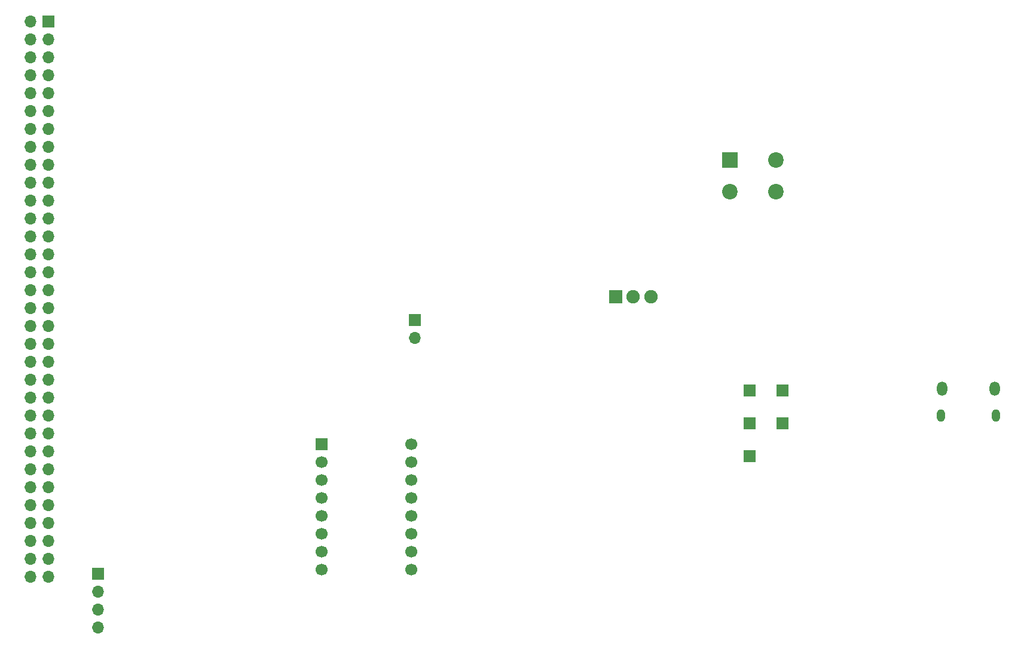
<source format=gbr>
%TF.GenerationSoftware,KiCad,Pcbnew,6.0.7+dfsg-1build1*%
%TF.CreationDate,2022-11-02T19:08:18-04:00*%
%TF.ProjectId,Fc,46632e6b-6963-4616-945f-706362585858,rev?*%
%TF.SameCoordinates,Original*%
%TF.FileFunction,Copper,L3,Inr*%
%TF.FilePolarity,Positive*%
%FSLAX46Y46*%
G04 Gerber Fmt 4.6, Leading zero omitted, Abs format (unit mm)*
G04 Created by KiCad (PCBNEW 6.0.7+dfsg-1build1) date 2022-11-02 19:08:18*
%MOMM*%
%LPD*%
G01*
G04 APERTURE LIST*
%TA.AperFunction,ComponentPad*%
%ADD10O,1.450000X2.000000*%
%TD*%
%TA.AperFunction,ComponentPad*%
%ADD11O,1.150000X1.800000*%
%TD*%
%TA.AperFunction,ComponentPad*%
%ADD12R,1.700000X1.700000*%
%TD*%
%TA.AperFunction,ComponentPad*%
%ADD13C,1.700000*%
%TD*%
%TA.AperFunction,ComponentPad*%
%ADD14R,1.900000X1.900000*%
%TD*%
%TA.AperFunction,ComponentPad*%
%ADD15C,1.900000*%
%TD*%
%TA.AperFunction,ComponentPad*%
%ADD16O,1.700000X1.700000*%
%TD*%
%TA.AperFunction,ComponentPad*%
%ADD17R,2.200000X2.200000*%
%TD*%
%TA.AperFunction,ComponentPad*%
%ADD18C,2.200000*%
%TD*%
G04 APERTURE END LIST*
D10*
%TO.N,unconnected-(J8-Pad6)*%
%TO.C,J8*%
X172940000Y-103510000D03*
X180390000Y-103510000D03*
D11*
X172790000Y-107310000D03*
X180540000Y-107310000D03*
%TD*%
D12*
%TO.N,T5*%
%TO.C,J7*%
X145705000Y-108470000D03*
%TD*%
%TO.N,T4*%
%TO.C,J6*%
X150355000Y-103820000D03*
%TD*%
%TO.N,T3*%
%TO.C,J5*%
X145705000Y-103820000D03*
%TD*%
%TO.N,T2*%
%TO.C,J4*%
X145705000Y-113120000D03*
%TD*%
%TO.N,T1*%
%TO.C,J3*%
X150355000Y-108470000D03*
%TD*%
%TO.N,Net-(R12-Pad2)*%
%TO.C,U10*%
X85035000Y-111435000D03*
D13*
%TO.N,Net-(R14-Pad2)*%
X85035000Y-113975000D03*
%TO.N,Net-(R13-Pad2)*%
X85035000Y-116515000D03*
%TO.N,+3V3*%
X85035000Y-119055000D03*
X85035000Y-121595000D03*
%TO.N,Net-(R20-Pad1)*%
X85035000Y-124135000D03*
%TO.N,Net-(R29-Pad1)*%
X85035000Y-126675000D03*
%TO.N,Net-(R19-Pad1)*%
X85035000Y-129215000D03*
%TO.N,Net-(R31-Pad1)*%
X97735000Y-129215000D03*
%TO.N,Net-(R17-Pad1)*%
X97735000Y-126675000D03*
%TO.N,Net-(R30-Pad1)*%
X97735000Y-124135000D03*
%TO.N,Net-(R18-Pad1)*%
X97735000Y-121595000D03*
%TO.N,Net-(R11-Pad2)*%
X97735000Y-119055000D03*
%TO.N,Net-(R15-Pad2)*%
X97735000Y-116515000D03*
%TO.N,Net-(R10-Pad2)*%
X97735000Y-113975000D03*
%TO.N,Net-(R16-Pad2)*%
X97735000Y-111435000D03*
%TD*%
D14*
%TO.N,GND*%
%TO.C,S2*%
X126705000Y-90510000D03*
D15*
%TO.N,Net-(R6-Pad2)*%
X129205000Y-90510000D03*
%TO.N,+3V3*%
X131705000Y-90510000D03*
%TD*%
D12*
%TO.N,+5V*%
%TO.C,RPI_UART1*%
X53390000Y-129790000D03*
D16*
%TO.N,GND*%
X53390000Y-132330000D03*
%TO.N,Net-(J2-Pad8)*%
X53390000Y-134870000D03*
%TO.N,Net-(J2-Pad10)*%
X53390000Y-137410000D03*
%TD*%
D17*
%TO.N,NRST*%
%TO.C,S1*%
X142875000Y-71120000D03*
D18*
X149375000Y-71120000D03*
%TO.N,GND*%
X142875000Y-75620000D03*
X149375000Y-75620000D03*
%TD*%
D12*
%TO.N,VBAT*%
%TO.C,J1*%
X98280000Y-93830000D03*
D16*
%TO.N,GND*%
X98280000Y-96370000D03*
%TD*%
D12*
%TO.N,unconnected-(J2-Pad1)*%
%TO.C,J2*%
X46355000Y-51435000D03*
D16*
%TO.N,+5V*%
X43815000Y-51435000D03*
%TO.N,unconnected-(J2-Pad3)*%
X46355000Y-53975000D03*
%TO.N,+5V*%
X43815000Y-53975000D03*
%TO.N,unconnected-(J2-Pad5)*%
X46355000Y-56515000D03*
%TO.N,GND*%
X43815000Y-56515000D03*
%TO.N,unconnected-(J2-Pad7)*%
X46355000Y-59055000D03*
%TO.N,Net-(J2-Pad8)*%
X43815000Y-59055000D03*
%TO.N,GND*%
X46355000Y-61595000D03*
%TO.N,Net-(J2-Pad10)*%
X43815000Y-61595000D03*
%TO.N,unconnected-(J2-Pad11)*%
X46355000Y-64135000D03*
%TO.N,unconnected-(J2-Pad12)*%
X43815000Y-64135000D03*
%TO.N,unconnected-(J2-Pad13)*%
X46355000Y-66675000D03*
%TO.N,GND*%
X43815000Y-66675000D03*
%TO.N,unconnected-(J2-Pad15)*%
X46355000Y-69215000D03*
%TO.N,unconnected-(J2-Pad16)*%
X43815000Y-69215000D03*
%TO.N,unconnected-(J2-Pad17)*%
X46355000Y-71755000D03*
%TO.N,unconnected-(J2-Pad18)*%
X43815000Y-71755000D03*
%TO.N,SPI2_MOSI*%
X46355000Y-74295000D03*
%TO.N,GND*%
X43815000Y-74295000D03*
%TO.N,SPI2_MISO*%
X46355000Y-76835000D03*
%TO.N,unconnected-(J2-Pad22)*%
X43815000Y-76835000D03*
%TO.N,SPI2_SCK*%
X46355000Y-79375000D03*
%TO.N,unconnected-(J2-Pad24)*%
X43815000Y-79375000D03*
%TO.N,GND*%
X46355000Y-81915000D03*
%TO.N,unconnected-(J2-Pad26)*%
X43815000Y-81915000D03*
%TO.N,unconnected-(J2-Pad27)*%
X46355000Y-84455000D03*
%TO.N,unconnected-(J2-Pad28)*%
X43815000Y-84455000D03*
%TO.N,unconnected-(J2-Pad29)*%
X46355000Y-86995000D03*
%TO.N,GND*%
X43815000Y-86995000D03*
%TO.N,unconnected-(J2-Pad31)*%
X46355000Y-89535000D03*
%TO.N,unconnected-(J2-Pad32)*%
X43815000Y-89535000D03*
%TO.N,unconnected-(J2-Pad33)*%
X46355000Y-92075000D03*
%TO.N,GND*%
X43815000Y-92075000D03*
%TO.N,unconnected-(J2-Pad35)*%
X46355000Y-94615000D03*
%TO.N,unconnected-(J2-Pad36)*%
X43815000Y-94615000D03*
%TO.N,unconnected-(J2-Pad37)*%
X46355000Y-97155000D03*
%TO.N,unconnected-(J2-Pad38)*%
X43815000Y-97155000D03*
%TO.N,GND*%
X46355000Y-99695000D03*
%TO.N,unconnected-(J2-Pad40)*%
X43815000Y-99695000D03*
%TO.N,N/C*%
X46355000Y-102235000D03*
X43815000Y-102235000D03*
X46355000Y-104775000D03*
X43815000Y-104775000D03*
X46355000Y-107315000D03*
X43815000Y-107315000D03*
X46355000Y-109855000D03*
X43815000Y-109855000D03*
X46355000Y-112395000D03*
X43815000Y-112395000D03*
X46355000Y-114935000D03*
X43815000Y-114935000D03*
X46355000Y-117475000D03*
X43815000Y-117475000D03*
X46355000Y-120015000D03*
X43815000Y-120015000D03*
X46355000Y-122555000D03*
X43815000Y-122555000D03*
X46355000Y-125095000D03*
X43815000Y-125095000D03*
X46355000Y-127635000D03*
X43815000Y-127635000D03*
X46355000Y-130175000D03*
X43815000Y-130175000D03*
%TD*%
M02*

</source>
